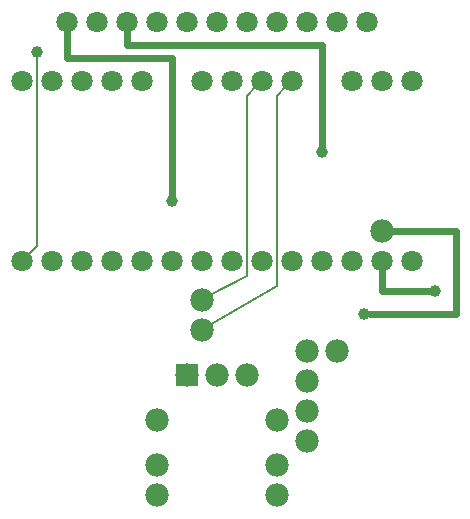
<source format=gtl>
G04 MADE WITH FRITZING*
G04 WWW.FRITZING.ORG*
G04 DOUBLE SIDED*
G04 HOLES PLATED*
G04 CONTOUR ON CENTER OF CONTOUR VECTOR*
%ASAXBY*%
%FSLAX23Y23*%
%MOIN*%
%OFA0B0*%
%SFA1.0B1.0*%
%ADD10C,0.039370*%
%ADD11C,0.070866*%
%ADD12C,0.078000*%
%ADD13R,0.078000X0.078000*%
%ADD14C,0.024000*%
%ADD15C,0.008000*%
%LNCOPPER1*%
G90*
G70*
G54D10*
X1200Y1242D03*
X700Y1081D03*
G54D11*
X1499Y1480D03*
X1399Y1480D03*
X1299Y1480D03*
X1100Y1479D03*
X1000Y1479D03*
X900Y1479D03*
X800Y1479D03*
X600Y1480D03*
X500Y1480D03*
X400Y1480D03*
X300Y1480D03*
X200Y1480D03*
X1500Y880D03*
X1400Y880D03*
X1300Y880D03*
X1200Y880D03*
X1100Y880D03*
X1000Y880D03*
X900Y880D03*
X800Y880D03*
X700Y880D03*
X600Y880D03*
X500Y880D03*
X400Y880D03*
X300Y880D03*
X200Y880D03*
G54D10*
X249Y1578D03*
G54D12*
X1050Y100D03*
X650Y100D03*
X650Y350D03*
X1050Y200D03*
X1050Y350D03*
X650Y200D03*
G54D11*
X350Y1675D03*
X450Y1675D03*
X550Y1675D03*
X650Y1675D03*
X750Y1675D03*
X850Y1675D03*
X950Y1675D03*
X1050Y1675D03*
X1150Y1675D03*
X1250Y1675D03*
X1350Y1675D03*
X350Y1675D03*
X450Y1675D03*
X550Y1675D03*
X650Y1675D03*
X750Y1675D03*
X850Y1675D03*
X950Y1675D03*
X1050Y1675D03*
X1150Y1675D03*
X1250Y1675D03*
X1350Y1675D03*
G54D12*
X800Y750D03*
X800Y650D03*
X1150Y580D03*
X1250Y580D03*
X1150Y280D03*
X1150Y380D03*
X1150Y480D03*
X750Y500D03*
X850Y500D03*
X950Y500D03*
X1399Y981D03*
G54D10*
X1578Y780D03*
X1341Y702D03*
G54D13*
X750Y500D03*
G54D14*
X1200Y1599D02*
X1200Y1261D01*
D02*
X700Y1556D02*
X700Y1100D01*
G54D15*
D02*
X1050Y1429D02*
X1082Y1462D01*
D02*
X950Y1430D02*
X982Y1462D01*
G54D14*
D02*
X1200Y1599D02*
X550Y1599D01*
D02*
X550Y1599D02*
X550Y1644D01*
D02*
X700Y1556D02*
X350Y1556D01*
D02*
X350Y1556D02*
X350Y1644D01*
G54D15*
D02*
X950Y831D02*
X822Y762D01*
D02*
X1050Y796D02*
X821Y663D01*
D02*
X1050Y1429D02*
X1050Y796D01*
D02*
X950Y1430D02*
X950Y831D01*
D02*
X249Y930D02*
X249Y1565D01*
D02*
X218Y898D02*
X249Y930D01*
G54D14*
D02*
X1400Y780D02*
X1400Y850D01*
D02*
X1559Y780D02*
X1400Y780D01*
D02*
X1360Y702D02*
X1646Y702D01*
D02*
X1646Y981D02*
X1429Y981D01*
D02*
X1646Y702D02*
X1646Y981D01*
G04 End of Copper1*
M02*
</source>
